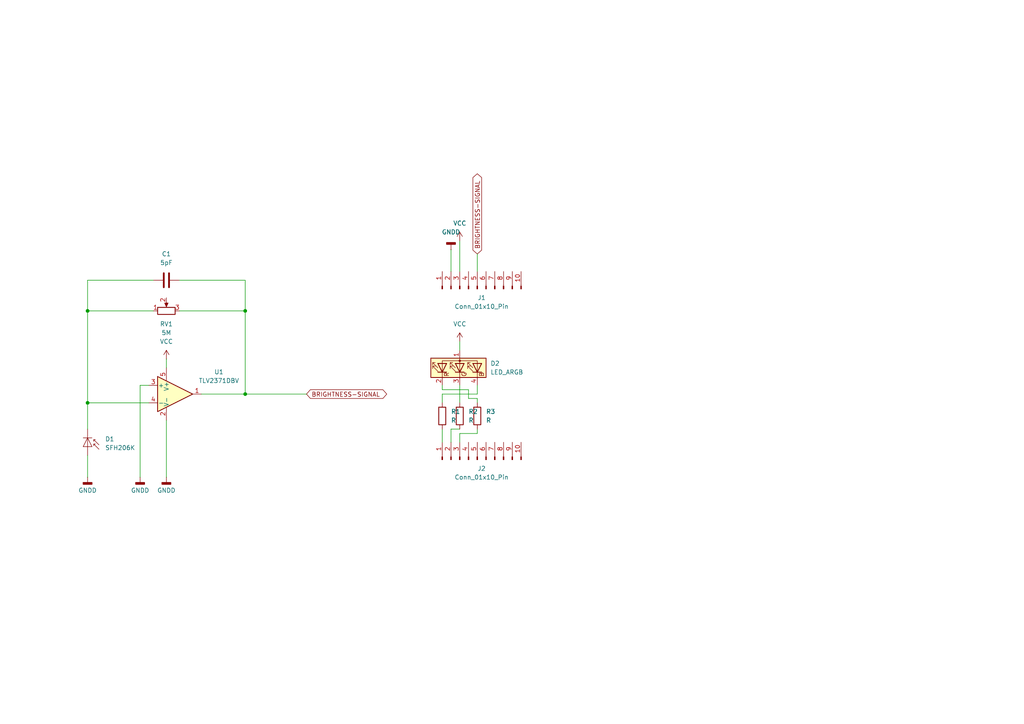
<source format=kicad_sch>
(kicad_sch (version 20250114) (generator "eeschema") (generator_version "9.0")
  (paper "A4")
  (lib_symbols
    (symbol "Amplifier_Operational:TLV2371DBV" (pin_names (offset 0.127))
      (property "Reference" "U" (at -1.27 6.35 0))
      (property "Value" "TLV2371DBV" (at -1.27 3.81 0))
      (symbol "TLV2371DBV_0_1"
        (polyline (pts (xy -5.08 5.08) (xy 5.08 0) (xy -5.08 -5.08) (xy -5.08 5.08)) (stroke (width 0.254)) (fill (type background)))
        (pin power_in line (at -2.54 7.62 270) (length 3.81) (name "V+") (number "5"))
        (pin power_in line (at -2.54 -7.62 90) (length 3.81) (name "V-") (number "2"))
      )
      (symbol "TLV2371DBV_1_1"
        (pin input line (at -7.62 2.54 0) (length 2.54) (name "+") (number "3"))
        (pin input line (at -7.62 -2.54 0) (length 2.54) (name "-") (number "4"))
        (pin output line (at 7.62 0 180) (length 2.54) (name "~") (number "1"))
      )
    )
    (symbol "Connector:Conn_01x10_Pin" (pin_names (offset 1.016) (hide yes))
      (property "Reference" "J" (at 0 12.7 0))
      (property "Value" "Conn_01x10_Pin" (at 0 -15.24 0))
      (symbol "Conn_01x10_Pin_1_1"
        (rectangle (start 0.8636 10.287) (end 0 10.033) (stroke (width 0.1524)) (fill (type outline)))
        (rectangle (start 0.8636 7.747) (end 0 7.493) (stroke (width 0.1524)) (fill (type outline)))
        (rectangle (start 0.8636 5.207) (end 0 4.953) (stroke (width 0.1524)) (fill (type outline)))
        (rectangle (start 0.8636 2.667) (end 0 2.413) (stroke (width 0.1524)) (fill (type outline)))
        (rectangle (start 0.8636 0.127) (end 0 -0.127) (stroke (width 0.1524)) (fill (type outline)))
        (rectangle (start 0.8636 -2.413) (end 0 -2.667) (stroke (width 0.1524)) (fill (type outline)))
        (rectangle (start 0.8636 -4.953) (end 0 -5.207) (stroke (width 0.1524)) (fill (type outline)))
        (rectangle (start 0.8636 -7.493) (end 0 -7.747) (stroke (width 0.1524)) (fill (type outline)))
        (rectangle (start 0.8636 -10.033) (end 0 -10.287) (stroke (width 0.1524)) (fill (type outline)))
        (rectangle (start 0.8636 -12.573) (end 0 -12.827) (stroke (width 0.1524)) (fill (type outline)))
        (polyline (pts (xy 1.27 10.16) (xy 0.8636 10.16)) (stroke (width 0.1524)))
        (polyline (pts (xy 1.27 7.62) (xy 0.8636 7.62)) (stroke (width 0.1524)))
        (polyline (pts (xy 1.27 5.08) (xy 0.8636 5.08)) (stroke (width 0.1524)))
        (polyline (pts (xy 1.27 2.54) (xy 0.8636 2.54)) (stroke (width 0.1524)))
        (polyline (pts (xy 1.27 0) (xy 0.8636 0)) (stroke (width 0.1524)))
        (polyline (pts (xy 1.27 -2.54) (xy 0.8636 -2.54)) (stroke (width 0.1524)))
        (polyline (pts (xy 1.27 -5.08) (xy 0.8636 -5.08)) (stroke (width 0.1524)))
        (polyline (pts (xy 1.27 -7.62) (xy 0.8636 -7.62)) (stroke (width 0.1524)))
        (polyline (pts (xy 1.27 -10.16) (xy 0.8636 -10.16)) (stroke (width 0.1524)))
        (polyline (pts (xy 1.27 -12.7) (xy 0.8636 -12.7)) (stroke (width 0.1524)))
        (pin passive line (at 5.08 10.16 180) (length 3.81) (name "Pin_1") (number "1"))
        (pin passive line (at 5.08 7.62 180) (length 3.81) (name "Pin_2") (number "2"))
        (pin passive line (at 5.08 5.08 180) (length 3.81) (name "Pin_3") (number "3"))
        (pin passive line (at 5.08 2.54 180) (length 3.81) (name "Pin_4") (number "4"))
        (pin passive line (at 5.08 0 180) (length 3.81) (name "Pin_5") (number "5"))
        (pin passive line (at 5.08 -2.54 180) (length 3.81) (name "Pin_6") (number "6"))
        (pin passive line (at 5.08 -5.08 180) (length 3.81) (name "Pin_7") (number "7"))
        (pin passive line (at 5.08 -7.62 180) (length 3.81) (name "Pin_8") (number "8"))
        (pin passive line (at 5.08 -10.16 180) (length 3.81) (name "Pin_9") (number "9"))
        (pin passive line (at 5.08 -12.7 180) (length 3.81) (name "Pin_10") (number "10"))
      )
    )
    (symbol "Device:C" (pin_numbers (hide yes)) (pin_names (offset 0.254))
      (property "Reference" "C" (at 0.635 2.54 0))
      (property "Value" "C" (at 0.635 -2.54 0))
      (symbol "C_0_1"
        (polyline (pts (xy -2.032 0.762) (xy 2.032 0.762)) (stroke (width 0.508)))
        (polyline (pts (xy -2.032 -0.762) (xy 2.032 -0.762)) (stroke (width 0.508)))
      )
      (symbol "C_1_1"
        (pin passive line (at 0 3.81 270) (length 2.794) (name "~") (number "1"))
        (pin passive line (at 0 -3.81 90) (length 2.794) (name "~") (number "2"))
      )
    )
    (symbol "Device:LED_ARGB" (pin_names (offset 0) (hide yes))
      (property "Reference" "D" (at 0 9.398 0))
      (property "Value" "LED_ARGB" (at 0 -8.89 0))
      (symbol "LED_ARGB_0_0"
        (text "R" (at -1.905 3.81 0) (effects (font (size 1.27 1.27))))
        (text "G" (at -1.905 -1.27 0) (effects (font (size 1.27 1.27))))
        (text "B" (at -1.905 -6.35 0) (effects (font (size 1.27 1.27))))
      )
      (symbol "LED_ARGB_0_1"
        (polyline (pts (xy -1.27 6.35) (xy -1.27 3.81)) (stroke (width 0.254)))
        (polyline (pts (xy -1.27 6.35) (xy -1.27 3.81) (xy -1.27 3.81)))
        (polyline (pts (xy -1.27 5.08) (xy -2.54 5.08)))
        (polyline (pts (xy -1.27 5.08) (xy 1.27 5.08)))
        (polyline (pts (xy -1.27 1.27) (xy -1.27 -1.27)) (stroke (width 0.254)))
        (polyline (pts (xy -1.27 1.27) (xy -1.27 -1.27) (xy -1.27 -1.27)))
        (polyline (pts (xy -1.27 0) (xy -2.54 0)))
        (polyline (pts (xy -1.27 -3.81) (xy -1.27 -6.35)) (stroke (width 0.254)))
        (polyline (pts (xy -1.27 -5.08) (xy -2.54 -5.08)))
        (polyline (pts (xy -1.27 -5.08) (xy 1.27 -5.08)))
        (polyline (pts (xy -1.016 6.35) (xy 0.508 7.874) (xy -0.254 7.874) (xy 0.508 7.874) (xy 0.508 7.112)))
        (polyline (pts (xy -1.016 1.27) (xy 0.508 2.794) (xy -0.254 2.794) (xy 0.508 2.794) (xy 0.508 2.032)))
        (polyline (pts (xy -1.016 -3.81) (xy 0.508 -2.286) (xy -0.254 -2.286) (xy 0.508 -2.286) (xy 0.508 -3.048)))
        (polyline (pts (xy 0 6.35) (xy 1.524 7.874) (xy 0.762 7.874) (xy 1.524 7.874) (xy 1.524 7.112)))
        (polyline (pts (xy 0 1.27) (xy 1.524 2.794) (xy 0.762 2.794) (xy 1.524 2.794) (xy 1.524 2.032)))
        (polyline (pts (xy 0 -3.81) (xy 1.524 -2.286) (xy 0.762 -2.286) (xy 1.524 -2.286) (xy 1.524 -3.048)))
        (polyline (pts (xy 1.27 6.35) (xy 1.27 3.81) (xy -1.27 5.08) (xy 1.27 6.35)) (stroke (width 0.254)))
        (rectangle (start 1.27 6.35) (end 1.27 6.35))
        (rectangle (start 1.27 3.81) (end 1.27 6.35))
        (polyline (pts (xy 1.27 1.27) (xy 1.27 -1.27) (xy -1.27 0) (xy 1.27 1.27)) (stroke (width 0.254)))
        (rectangle (start 1.27 1.27) (end 1.27 1.27))
        (polyline (pts (xy 1.27 0) (xy -1.27 0)))
        (polyline (pts (xy 1.27 0) (xy 2.54 0)))
        (rectangle (start 1.27 -1.27) (end 1.27 1.27))
        (polyline (pts (xy 1.27 -3.81) (xy 1.27 -6.35) (xy -1.27 -5.08) (xy 1.27 -3.81)) (stroke (width 0.254)))
        (polyline (pts (xy 1.27 -5.08) (xy 2.032 -5.08) (xy 2.032 5.08) (xy 1.27 5.08)))
        (circle (center 2.032 0) (radius 0.254) (fill (type outline)))
        (rectangle (start 2.794 8.382) (end -2.794 -7.62) (stroke (width 0.254)) (fill (type background)))
      )
      (symbol "LED_ARGB_1_1"
        (pin passive line (at -5.08 5.08 0) (length 2.54) (name "RK") (number "2"))
        (pin passive line (at -5.08 0 0) (length 2.54) (name "GK") (number "3"))
        (pin passive line (at -5.08 -5.08 0) (length 2.54) (name "BK") (number "4"))
        (pin passive line (at 5.08 0 180) (length 2.54) (name "A") (number "1"))
      )
    )
    (symbol "Device:R" (pin_numbers (hide yes)) (pin_names (offset 0))
      (property "Reference" "R" (at 2.032 0 90))
      (property "Value" "R" (at 0 0 90))
      (symbol "R_0_1"
        (rectangle (start -1.016 -2.54) (end 1.016 2.54) (stroke (width 0.254)))
      )
      (symbol "R_1_1"
        (pin passive line (at 0 3.81 270) (length 1.27) (name "~") (number "1"))
        (pin passive line (at 0 -3.81 90) (length 1.27) (name "~") (number "2"))
      )
    )
    (symbol "Device:R_Potentiometer" (pin_names (offset 1.016) (hide yes))
      (property "Reference" "RV" (at -4.445 0 90))
      (property "Value" "R_Potentiometer" (at -2.54 0 90))
      (symbol "R_Potentiometer_0_1"
        (rectangle (start 1.016 2.54) (end -1.016 -2.54) (stroke (width 0.254)))
        (polyline (pts (xy 1.143 0) (xy 2.286 0.508) (xy 2.286 -0.508) (xy 1.143 0)) (fill (type outline)))
        (polyline (pts (xy 2.54 0) (xy 1.524 0)))
      )
      (symbol "R_Potentiometer_1_1"
        (pin passive line (at 0 3.81 270) (length 1.27) (name "1") (number "1"))
        (pin passive line (at 0 -3.81 90) (length 1.27) (name "3") (number "3"))
        (pin passive line (at 3.81 0 180) (length 1.27) (name "2") (number "2"))
      )
    )
    (symbol "Sensor_Optical:SFH206K" (pin_numbers (hide yes)) (pin_names (hide yes))
      (property "Reference" "D" (at 0.508 1.778 0))
      (property "Value" "SFH206K" (at -1.016 -2.794 0))
      (symbol "SFH206K_0_1"
        (polyline (pts (xy -2.54 1.27) (xy -2.54 -1.27)) (stroke (width 0.1524)))
        (polyline (pts (xy -2.032 1.778) (xy -1.524 1.778)))
        (polyline (pts (xy -0.508 3.302) (xy -2.032 1.778) (xy -2.032 2.286)))
        (polyline (pts (xy 0 1.27) (xy -2.54 0) (xy 0 -1.27)))
        (polyline (pts (xy 0 0) (xy -2.54 0)))
        (polyline (pts (xy 0 -1.27) (xy 0 1.27)))
        (polyline (pts (xy 0.762 3.302) (xy -0.762 1.778) (xy -0.762 2.286) (xy -0.762 1.778) (xy -0.254 1.778)))
      )
      (symbol "SFH206K_1_1"
        (pin passive line (at -5.08 0 0) (length 2.54) (name "K") (number "1"))
        (pin passive line (at 2.54 0 180) (length 2.54) (name "A") (number "2"))
      )
    )
    (symbol "power:GNDD" (power) (pin_numbers (hide yes)) (pin_names (offset 0) (hide yes))
      (property "Value" "GNDD" (at 0 -3.175 0))
      (symbol "GNDD_0_1"
        (rectangle (start -1.27 -1.524) (end 1.27 -2.032) (stroke (width 0.254)) (fill (type outline)))
        (polyline (pts (xy 0 0) (xy 0 -1.524)))
      )
      (symbol "GNDD_1_1"
        (pin power_in line (at 0 0 270) (length 0) (name "~") (number "1"))
      )
    )
    (symbol "power:VCC" (power) (pin_numbers (hide yes)) (pin_names (offset 0) (hide yes))
      (property "Value" "VCC" (at 0 3.556 0))
      (symbol "VCC_0_1"
        (polyline (pts (xy -0.762 1.27) (xy 0 2.54)))
        (polyline (pts (xy 0 2.54) (xy 0.762 1.27)))
        (polyline (pts (xy 0 0) (xy 0 2.54)))
      )
      (symbol "VCC_1_1"
        (pin power_in line (at 0 0 90) (length 0) (name "~") (number "1"))
      )
    )
  )
  (junction (at 25.4 116.84))
  (junction (at 71.12 90.17))
  (junction (at 71.12 114.3))
  (junction (at 25.4 90.17))
  (wire (pts (xy 58.42 114.3) (xy 71.12 114.3)))
  (wire (pts (xy 52.07 90.17) (xy 71.12 90.17)))
  (wire (pts (xy 71.12 90.17) (xy 71.12 114.3)))
  (wire (pts (xy 133.35 99.06) (xy 133.35 101.6)))
  (wire (pts (xy 130.81 72.39) (xy 130.81 78.74)))
  (wire (pts (xy 48.26 121.92) (xy 48.26 138.43)))
  (wire (pts (xy 25.4 81.28) (xy 44.45 81.28)))
  (wire (pts (xy 25.4 90.17) (xy 25.4 81.28)))
  (wire (pts (xy 138.43 124.46) (xy 138.43 125.73)))
  (wire (pts (xy 133.35 111.76) (xy 133.35 116.84)))
  (wire (pts (xy 128.27 124.46) (xy 128.27 128.27)))
  (wire (pts (xy 133.35 124.46) (xy 130.81 124.46)))
  (wire (pts (xy 25.4 116.84) (xy 25.4 90.17)))
  (wire (pts (xy 128.27 113.03) (xy 135.89 113.03)))
  (wire (pts (xy 128.27 116.84) (xy 128.27 114.3)))
  (wire (pts (xy 133.35 69.85) (xy 133.35 78.74)))
  (wire (pts (xy 48.26 104.14) (xy 48.26 106.68)))
  (wire (pts (xy 128.27 114.3) (xy 138.43 114.3)))
  (wire (pts (xy 71.12 81.28) (xy 71.12 90.17)))
  (wire (pts (xy 40.64 138.43) (xy 40.64 111.76)))
  (wire (pts (xy 71.12 114.3) (xy 88.9 114.3)))
  (wire (pts (xy 52.07 81.28) (xy 71.12 81.28)))
  (wire (pts (xy 135.89 115.57) (xy 135.89 113.03)))
  (wire (pts (xy 138.43 116.84) (xy 138.43 115.57)))
  (wire (pts (xy 25.4 124.46) (xy 25.4 116.84)))
  (wire (pts (xy 25.4 90.17) (xy 44.45 90.17)))
  (wire (pts (xy 138.43 114.3) (xy 138.43 111.76)))
  (wire (pts (xy 130.81 124.46) (xy 130.81 128.27)))
  (wire (pts (xy 133.35 125.73) (xy 133.35 128.27)))
  (wire (pts (xy 138.43 125.73) (xy 133.35 125.73)))
  (wire (pts (xy 138.43 115.57) (xy 135.89 115.57)))
  (wire (pts (xy 128.27 111.76) (xy 128.27 113.03)))
  (wire (pts (xy 40.64 111.76) (xy 43.18 111.76)))
  (wire (pts (xy 25.4 116.84) (xy 43.18 116.84)))
  (wire (pts (xy 138.43 73.66) (xy 138.43 78.74)))
  (wire (pts (xy 25.4 132.08) (xy 25.4 138.43)))
  (global_label "BRIGHTNESS-SIGNAL" (shape bidirectional) (at 88.9 114.3 0) (property "Intersheetrefs" "${INTERSHEET_REFS}" (effects (hide yes))))
  (global_label "BRIGHTNESS-SIGNAL" (shape bidirectional) (at 138.43 73.66 90) (property "Intersheetrefs" "${INTERSHEET_REFS}" (effects (hide yes))))
  (symbol (lib_id "Device:R_Potentiometer") (at 48.26 90.17 90) (unit 1)
    (property "Reference" "RV1" (at 48.26 93.98 90))
    (property "Value" "5M" (at 48.26 96.52 90))
    (property "Footprint" "Potentiometer_THT:Potentiometer_Bourns_3296W_Vertical" (effects (hide yes)))
    (property "Description" "Potentiometer" (effects (hide yes)))
  )
  (symbol (lib_id "power:VCC") (at 133.35 99.06 0) (unit 1)
    (property "Reference" "#PWR07" (effects (hide yes)))
    (property "Value" "VCC" (at 133.35 93.98 0))
    (property "Description" "Power symbol creates a global label with name \"VCC\"" (effects (hide yes)))
  )
  (symbol (lib_id "Sensor_Optical:SFH206K") (at 25.4 129.54 270) (unit 1)
    (property "Reference" "D1" (at 30.48 127.3428 90) (effects (justify left)))
    (property "Value" "SFH206K" (at 30.48 129.8828 90) (effects (justify left)))
    (property "Footprint" "OptoDevice:Osram_SFH205" (effects (hide yes)))
    (property "Datasheet" "http://www.osram-os.com/Graphics/XPic0/00211439_0.pdf/SFH%20206%20K.pdf" (effects (hide yes)))
    (property "Description" "Silicon PIN Photodiode" (effects (hide yes)))
  )
  (symbol (lib_id "Device:LED_ARGB") (at 133.35 106.68 90) (unit 1)
    (property "Reference" "D2" (at 142.24 105.4099 90) (effects (justify right)))
    (property "Value" "LED_ARGB" (at 142.24 107.9499 90) (effects (justify right)))
    (property "Footprint" "LED_THT:LED_D5.0mm-4_RGB_Staggered_Pins" (effects (hide yes)))
    (property "Description" "RGB LED, anode/red/green/blue" (effects (hide yes)))
  )
  (symbol (lib_id "power:VCC") (at 48.26 104.14 0) (unit 1)
    (property "Reference" "#PWR04" (effects (hide yes)))
    (property "Value" "VCC" (at 48.26 99.06 0))
    (property "Description" "Power symbol creates a global label with name \"VCC\"" (effects (hide yes)))
  )
  (symbol (lib_id "Device:C") (at 48.26 81.28 270) (unit 1)
    (property "Reference" "C1" (at 48.26 73.66 90))
    (property "Value" "5pF" (at 48.26 76.2 90))
    (property "Footprint" "Capacitor_THT:C_Disc_D3.0mm_W1.6mm_P2.50mm" (effects (hide yes)))
    (property "Description" "Unpolarized capacitor" (effects (hide yes)))
  )
  (symbol (lib_id "Connector:Conn_01x10_Pin") (at 138.43 133.35 90) (unit 1)
    (property "Reference" "J2" (at 139.7 135.89 90))
    (property "Value" "Conn_01x10_Pin" (at 139.7 138.43 90))
    (property "Footprint" "Connector_PinSocket_2.54mm:PinSocket_1x10_P2.54mm_Vertical" (effects (hide yes)))
    (property "Description" "Generic connector, single row, 01x10, script generated" (effects (hide yes)))
  )
  (symbol (lib_id "Device:R") (at 128.27 120.65 0) (unit 1)
    (property "Reference" "R1" (at 130.81 119.3799 0) (effects (justify left)))
    (property "Value" "R" (at 130.81 121.9199 0) (effects (justify left)))
    (property "Footprint" "Resistor_THT:R_Axial_DIN0204_L3.6mm_D1.6mm_P5.08mm_Horizontal" (effects (hide yes)))
    (property "Description" "Resistor" (effects (hide yes)))
  )
  (symbol (lib_id "power:GNDD") (at 25.4 138.43 0) (unit 1)
    (property "Reference" "#PWR01" (effects (hide yes)))
    (property "Value" "GNDD" (at 25.4 142.24 0))
    (property "Description" "Power symbol creates a global label with name \"GNDD\" , digital ground" (effects (hide yes)))
  )
  (symbol (lib_id "Device:R") (at 138.43 120.65 0) (unit 1)
    (property "Reference" "R3" (at 140.97 119.3799 0) (effects (justify left)))
    (property "Value" "R" (at 140.97 121.9199 0) (effects (justify left)))
    (property "Footprint" "Resistor_THT:R_Axial_DIN0204_L3.6mm_D1.6mm_P5.08mm_Horizontal" (effects (hide yes)))
    (property "Description" "Resistor" (effects (hide yes)))
  )
  (symbol (lib_id "Device:R") (at 133.35 120.65 0) (unit 1)
    (property "Reference" "R2" (at 135.89 119.3799 0) (effects (justify left)))
    (property "Value" "R" (at 135.89 121.9199 0) (effects (justify left)))
    (property "Footprint" "Resistor_THT:R_Axial_DIN0204_L3.6mm_D1.6mm_P5.08mm_Horizontal" (effects (hide yes)))
    (property "Description" "Resistor" (effects (hide yes)))
  )
  (symbol (lib_id "Connector:Conn_01x10_Pin") (at 138.43 83.82 90) (unit 1)
    (property "Reference" "J1" (at 139.7 86.36 90))
    (property "Value" "Conn_01x10_Pin" (at 139.7 88.9 90))
    (property "Footprint" "Connector_PinSocket_2.54mm:PinSocket_1x10_P2.54mm_Vertical" (effects (hide yes)))
    (property "Description" "Generic connector, single row, 01x10, script generated" (effects (hide yes)))
  )
  (symbol (lib_id "power:GNDD") (at 40.64 138.43 0) (unit 1)
    (property "Reference" "#PWR02" (effects (hide yes)))
    (property "Value" "GNDD" (at 40.64 142.24 0))
    (property "Description" "Power symbol creates a global label with name \"GNDD\" , digital ground" (effects (hide yes)))
  )
  (symbol (lib_id "power:GNDD") (at 130.81 72.39 180) (unit 1)
    (property "Reference" "#PWR05" (effects (hide yes)))
    (property "Value" "GNDD" (at 130.81 67.31 0))
    (property "Description" "Power symbol creates a global label with name \"GNDD\" , digital ground" (effects (hide yes)))
  )
  (symbol (lib_id "power:GNDD") (at 48.26 138.43 0) (unit 1)
    (property "Reference" "#PWR03" (effects (hide yes)))
    (property "Value" "GNDD" (at 48.26 142.24 0))
    (property "Description" "Power symbol creates a global label with name \"GNDD\" , digital ground" (effects (hide yes)))
  )
  (symbol (lib_id "power:VCC") (at 133.35 69.85 0) (unit 1)
    (property "Reference" "#PWR06" (effects (hide yes)))
    (property "Value" "VCC" (at 133.35 64.77 0))
    (property "Description" "Power symbol creates a global label with name \"VCC\"" (effects (hide yes)))
  )
  (symbol (lib_id "Amplifier_Operational:TLV2371DBV") (at 50.8 114.3 0) (unit 1)
    (property "Reference" "U1" (at 63.5 107.8798 0))
    (property "Value" "TLV2371DBV" (at 63.5 110.4198 0))
    (property "Footprint" "Package_TO_SOT_SMD:SOT-23-5" (effects (hide yes)))
    (property "Datasheet" "http://www.ti.com/lit/ds/symlink/tlv2375.pdf" (effects (hide yes)))
    (property "Description" "Rail-to-Rail Input/Output Operational Amplifier, SOT-23-5" (effects (hide yes)))
  )
)
</source>
